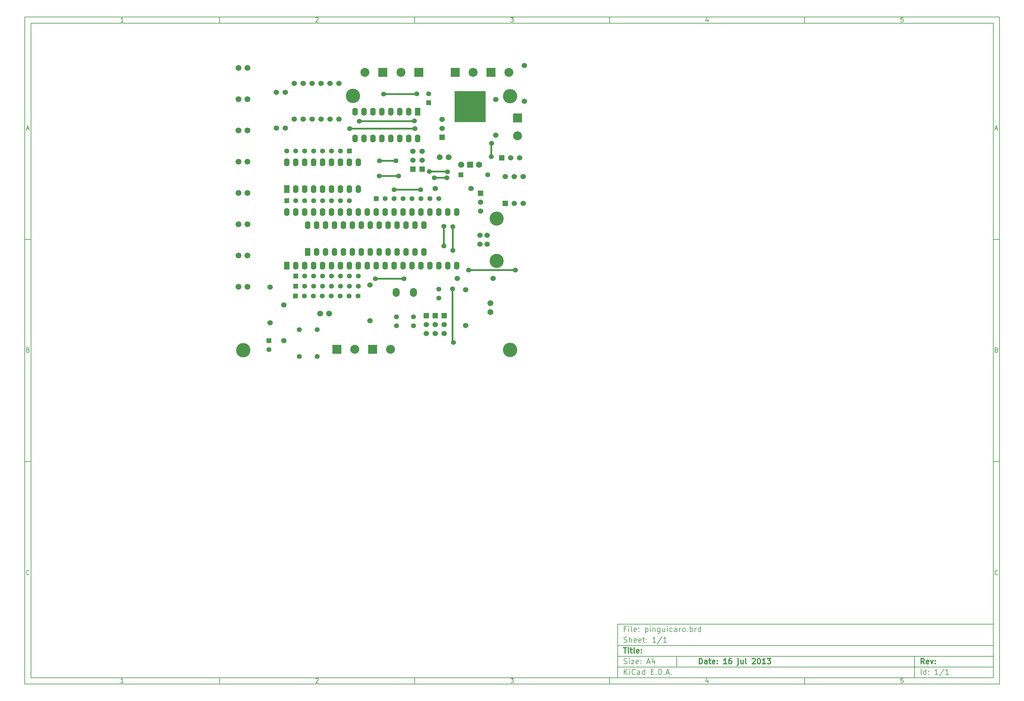
<source format=gtl>
G04 (created by PCBNEW-RS274X (2012-01-19 BZR 3256)-stable) date mar 16 jul 2013 12:41:11 ART*
G01*
G70*
G90*
%MOIN*%
G04 Gerber Fmt 3.4, Leading zero omitted, Abs format*
%FSLAX34Y34*%
G04 APERTURE LIST*
%ADD10C,0.006000*%
%ADD11C,0.012000*%
%ADD12C,0.060000*%
%ADD13C,0.157500*%
%ADD14R,0.060000X0.060000*%
%ADD15C,0.055000*%
%ADD16R,0.055000X0.055000*%
%ADD17R,0.350000X0.350000*%
%ADD18C,0.070000*%
%ADD19R,0.070000X0.070000*%
%ADD20C,0.066000*%
%ADD21R,0.062000X0.090000*%
%ADD22O,0.062000X0.090000*%
%ADD23O,0.078700X0.098400*%
%ADD24R,0.100000X0.100000*%
%ADD25C,0.100000*%
%ADD26C,0.160000*%
%ADD27C,0.055100*%
%ADD28C,0.019700*%
G04 APERTURE END LIST*
G54D10*
X04000Y-04000D02*
X113000Y-04000D01*
X113000Y-78670D01*
X04000Y-78670D01*
X04000Y-04000D01*
X04700Y-04700D02*
X112300Y-04700D01*
X112300Y-77970D01*
X04700Y-77970D01*
X04700Y-04700D01*
X25800Y-04000D02*
X25800Y-04700D01*
X15043Y-04552D02*
X14757Y-04552D01*
X14900Y-04552D02*
X14900Y-04052D01*
X14852Y-04124D01*
X14805Y-04171D01*
X14757Y-04195D01*
X25800Y-78670D02*
X25800Y-77970D01*
X15043Y-78522D02*
X14757Y-78522D01*
X14900Y-78522D02*
X14900Y-78022D01*
X14852Y-78094D01*
X14805Y-78141D01*
X14757Y-78165D01*
X47600Y-04000D02*
X47600Y-04700D01*
X36557Y-04100D02*
X36581Y-04076D01*
X36629Y-04052D01*
X36748Y-04052D01*
X36795Y-04076D01*
X36819Y-04100D01*
X36843Y-04148D01*
X36843Y-04195D01*
X36819Y-04267D01*
X36533Y-04552D01*
X36843Y-04552D01*
X47600Y-78670D02*
X47600Y-77970D01*
X36557Y-78070D02*
X36581Y-78046D01*
X36629Y-78022D01*
X36748Y-78022D01*
X36795Y-78046D01*
X36819Y-78070D01*
X36843Y-78118D01*
X36843Y-78165D01*
X36819Y-78237D01*
X36533Y-78522D01*
X36843Y-78522D01*
X69400Y-04000D02*
X69400Y-04700D01*
X58333Y-04052D02*
X58643Y-04052D01*
X58476Y-04243D01*
X58548Y-04243D01*
X58595Y-04267D01*
X58619Y-04290D01*
X58643Y-04338D01*
X58643Y-04457D01*
X58619Y-04505D01*
X58595Y-04529D01*
X58548Y-04552D01*
X58405Y-04552D01*
X58357Y-04529D01*
X58333Y-04505D01*
X69400Y-78670D02*
X69400Y-77970D01*
X58333Y-78022D02*
X58643Y-78022D01*
X58476Y-78213D01*
X58548Y-78213D01*
X58595Y-78237D01*
X58619Y-78260D01*
X58643Y-78308D01*
X58643Y-78427D01*
X58619Y-78475D01*
X58595Y-78499D01*
X58548Y-78522D01*
X58405Y-78522D01*
X58357Y-78499D01*
X58333Y-78475D01*
X91200Y-04000D02*
X91200Y-04700D01*
X80395Y-04219D02*
X80395Y-04552D01*
X80276Y-04029D02*
X80157Y-04386D01*
X80467Y-04386D01*
X91200Y-78670D02*
X91200Y-77970D01*
X80395Y-78189D02*
X80395Y-78522D01*
X80276Y-77999D02*
X80157Y-78356D01*
X80467Y-78356D01*
X102219Y-04052D02*
X101981Y-04052D01*
X101957Y-04290D01*
X101981Y-04267D01*
X102029Y-04243D01*
X102148Y-04243D01*
X102195Y-04267D01*
X102219Y-04290D01*
X102243Y-04338D01*
X102243Y-04457D01*
X102219Y-04505D01*
X102195Y-04529D01*
X102148Y-04552D01*
X102029Y-04552D01*
X101981Y-04529D01*
X101957Y-04505D01*
X102219Y-78022D02*
X101981Y-78022D01*
X101957Y-78260D01*
X101981Y-78237D01*
X102029Y-78213D01*
X102148Y-78213D01*
X102195Y-78237D01*
X102219Y-78260D01*
X102243Y-78308D01*
X102243Y-78427D01*
X102219Y-78475D01*
X102195Y-78499D01*
X102148Y-78522D01*
X102029Y-78522D01*
X101981Y-78499D01*
X101957Y-78475D01*
X04000Y-28890D02*
X04700Y-28890D01*
X04231Y-16510D02*
X04469Y-16510D01*
X04184Y-16652D02*
X04350Y-16152D01*
X04517Y-16652D01*
X113000Y-28890D02*
X112300Y-28890D01*
X112531Y-16510D02*
X112769Y-16510D01*
X112484Y-16652D02*
X112650Y-16152D01*
X112817Y-16652D01*
X04000Y-53780D02*
X04700Y-53780D01*
X04386Y-41280D02*
X04457Y-41304D01*
X04481Y-41328D01*
X04505Y-41376D01*
X04505Y-41447D01*
X04481Y-41495D01*
X04457Y-41519D01*
X04410Y-41542D01*
X04219Y-41542D01*
X04219Y-41042D01*
X04386Y-41042D01*
X04433Y-41066D01*
X04457Y-41090D01*
X04481Y-41138D01*
X04481Y-41185D01*
X04457Y-41233D01*
X04433Y-41257D01*
X04386Y-41280D01*
X04219Y-41280D01*
X113000Y-53780D02*
X112300Y-53780D01*
X112686Y-41280D02*
X112757Y-41304D01*
X112781Y-41328D01*
X112805Y-41376D01*
X112805Y-41447D01*
X112781Y-41495D01*
X112757Y-41519D01*
X112710Y-41542D01*
X112519Y-41542D01*
X112519Y-41042D01*
X112686Y-41042D01*
X112733Y-41066D01*
X112757Y-41090D01*
X112781Y-41138D01*
X112781Y-41185D01*
X112757Y-41233D01*
X112733Y-41257D01*
X112686Y-41280D01*
X112519Y-41280D01*
X04505Y-66385D02*
X04481Y-66409D01*
X04410Y-66432D01*
X04362Y-66432D01*
X04290Y-66409D01*
X04243Y-66361D01*
X04219Y-66313D01*
X04195Y-66218D01*
X04195Y-66147D01*
X04219Y-66051D01*
X04243Y-66004D01*
X04290Y-65956D01*
X04362Y-65932D01*
X04410Y-65932D01*
X04481Y-65956D01*
X04505Y-65980D01*
X112805Y-66385D02*
X112781Y-66409D01*
X112710Y-66432D01*
X112662Y-66432D01*
X112590Y-66409D01*
X112543Y-66361D01*
X112519Y-66313D01*
X112495Y-66218D01*
X112495Y-66147D01*
X112519Y-66051D01*
X112543Y-66004D01*
X112590Y-65956D01*
X112662Y-65932D01*
X112710Y-65932D01*
X112781Y-65956D01*
X112805Y-65980D01*
G54D11*
X79443Y-76413D02*
X79443Y-75813D01*
X79586Y-75813D01*
X79671Y-75841D01*
X79729Y-75899D01*
X79757Y-75956D01*
X79786Y-76070D01*
X79786Y-76156D01*
X79757Y-76270D01*
X79729Y-76327D01*
X79671Y-76384D01*
X79586Y-76413D01*
X79443Y-76413D01*
X80300Y-76413D02*
X80300Y-76099D01*
X80271Y-76041D01*
X80214Y-76013D01*
X80100Y-76013D01*
X80043Y-76041D01*
X80300Y-76384D02*
X80243Y-76413D01*
X80100Y-76413D01*
X80043Y-76384D01*
X80014Y-76327D01*
X80014Y-76270D01*
X80043Y-76213D01*
X80100Y-76184D01*
X80243Y-76184D01*
X80300Y-76156D01*
X80500Y-76013D02*
X80729Y-76013D01*
X80586Y-75813D02*
X80586Y-76327D01*
X80614Y-76384D01*
X80672Y-76413D01*
X80729Y-76413D01*
X81157Y-76384D02*
X81100Y-76413D01*
X80986Y-76413D01*
X80929Y-76384D01*
X80900Y-76327D01*
X80900Y-76099D01*
X80929Y-76041D01*
X80986Y-76013D01*
X81100Y-76013D01*
X81157Y-76041D01*
X81186Y-76099D01*
X81186Y-76156D01*
X80900Y-76213D01*
X81443Y-76356D02*
X81471Y-76384D01*
X81443Y-76413D01*
X81414Y-76384D01*
X81443Y-76356D01*
X81443Y-76413D01*
X81443Y-76041D02*
X81471Y-76070D01*
X81443Y-76099D01*
X81414Y-76070D01*
X81443Y-76041D01*
X81443Y-76099D01*
X82500Y-76413D02*
X82157Y-76413D01*
X82329Y-76413D02*
X82329Y-75813D01*
X82272Y-75899D01*
X82214Y-75956D01*
X82157Y-75984D01*
X83014Y-75813D02*
X82900Y-75813D01*
X82843Y-75841D01*
X82814Y-75870D01*
X82757Y-75956D01*
X82728Y-76070D01*
X82728Y-76299D01*
X82757Y-76356D01*
X82785Y-76384D01*
X82843Y-76413D01*
X82957Y-76413D01*
X83014Y-76384D01*
X83043Y-76356D01*
X83071Y-76299D01*
X83071Y-76156D01*
X83043Y-76099D01*
X83014Y-76070D01*
X82957Y-76041D01*
X82843Y-76041D01*
X82785Y-76070D01*
X82757Y-76099D01*
X82728Y-76156D01*
X83785Y-76013D02*
X83785Y-76527D01*
X83756Y-76584D01*
X83699Y-76613D01*
X83671Y-76613D01*
X83785Y-75813D02*
X83756Y-75841D01*
X83785Y-75870D01*
X83813Y-75841D01*
X83785Y-75813D01*
X83785Y-75870D01*
X84328Y-76013D02*
X84328Y-76413D01*
X84071Y-76013D02*
X84071Y-76327D01*
X84099Y-76384D01*
X84157Y-76413D01*
X84242Y-76413D01*
X84299Y-76384D01*
X84328Y-76356D01*
X84700Y-76413D02*
X84642Y-76384D01*
X84614Y-76327D01*
X84614Y-75813D01*
X85356Y-75870D02*
X85385Y-75841D01*
X85442Y-75813D01*
X85585Y-75813D01*
X85642Y-75841D01*
X85671Y-75870D01*
X85699Y-75927D01*
X85699Y-75984D01*
X85671Y-76070D01*
X85328Y-76413D01*
X85699Y-76413D01*
X86070Y-75813D02*
X86127Y-75813D01*
X86184Y-75841D01*
X86213Y-75870D01*
X86242Y-75927D01*
X86270Y-76041D01*
X86270Y-76184D01*
X86242Y-76299D01*
X86213Y-76356D01*
X86184Y-76384D01*
X86127Y-76413D01*
X86070Y-76413D01*
X86013Y-76384D01*
X85984Y-76356D01*
X85956Y-76299D01*
X85927Y-76184D01*
X85927Y-76041D01*
X85956Y-75927D01*
X85984Y-75870D01*
X86013Y-75841D01*
X86070Y-75813D01*
X86841Y-76413D02*
X86498Y-76413D01*
X86670Y-76413D02*
X86670Y-75813D01*
X86613Y-75899D01*
X86555Y-75956D01*
X86498Y-75984D01*
X87041Y-75813D02*
X87412Y-75813D01*
X87212Y-76041D01*
X87298Y-76041D01*
X87355Y-76070D01*
X87384Y-76099D01*
X87412Y-76156D01*
X87412Y-76299D01*
X87384Y-76356D01*
X87355Y-76384D01*
X87298Y-76413D01*
X87126Y-76413D01*
X87069Y-76384D01*
X87041Y-76356D01*
G54D10*
X71043Y-77613D02*
X71043Y-77013D01*
X71386Y-77613D02*
X71129Y-77270D01*
X71386Y-77013D02*
X71043Y-77356D01*
X71643Y-77613D02*
X71643Y-77213D01*
X71643Y-77013D02*
X71614Y-77041D01*
X71643Y-77070D01*
X71671Y-77041D01*
X71643Y-77013D01*
X71643Y-77070D01*
X72272Y-77556D02*
X72243Y-77584D01*
X72157Y-77613D01*
X72100Y-77613D01*
X72015Y-77584D01*
X71957Y-77527D01*
X71929Y-77470D01*
X71900Y-77356D01*
X71900Y-77270D01*
X71929Y-77156D01*
X71957Y-77099D01*
X72015Y-77041D01*
X72100Y-77013D01*
X72157Y-77013D01*
X72243Y-77041D01*
X72272Y-77070D01*
X72786Y-77613D02*
X72786Y-77299D01*
X72757Y-77241D01*
X72700Y-77213D01*
X72586Y-77213D01*
X72529Y-77241D01*
X72786Y-77584D02*
X72729Y-77613D01*
X72586Y-77613D01*
X72529Y-77584D01*
X72500Y-77527D01*
X72500Y-77470D01*
X72529Y-77413D01*
X72586Y-77384D01*
X72729Y-77384D01*
X72786Y-77356D01*
X73329Y-77613D02*
X73329Y-77013D01*
X73329Y-77584D02*
X73272Y-77613D01*
X73158Y-77613D01*
X73100Y-77584D01*
X73072Y-77556D01*
X73043Y-77499D01*
X73043Y-77327D01*
X73072Y-77270D01*
X73100Y-77241D01*
X73158Y-77213D01*
X73272Y-77213D01*
X73329Y-77241D01*
X74072Y-77299D02*
X74272Y-77299D01*
X74358Y-77613D02*
X74072Y-77613D01*
X74072Y-77013D01*
X74358Y-77013D01*
X74615Y-77556D02*
X74643Y-77584D01*
X74615Y-77613D01*
X74586Y-77584D01*
X74615Y-77556D01*
X74615Y-77613D01*
X74901Y-77613D02*
X74901Y-77013D01*
X75044Y-77013D01*
X75129Y-77041D01*
X75187Y-77099D01*
X75215Y-77156D01*
X75244Y-77270D01*
X75244Y-77356D01*
X75215Y-77470D01*
X75187Y-77527D01*
X75129Y-77584D01*
X75044Y-77613D01*
X74901Y-77613D01*
X75501Y-77556D02*
X75529Y-77584D01*
X75501Y-77613D01*
X75472Y-77584D01*
X75501Y-77556D01*
X75501Y-77613D01*
X75758Y-77441D02*
X76044Y-77441D01*
X75701Y-77613D02*
X75901Y-77013D01*
X76101Y-77613D01*
X76301Y-77556D02*
X76329Y-77584D01*
X76301Y-77613D01*
X76272Y-77584D01*
X76301Y-77556D01*
X76301Y-77613D01*
G54D11*
X104586Y-76413D02*
X104386Y-76127D01*
X104243Y-76413D02*
X104243Y-75813D01*
X104471Y-75813D01*
X104529Y-75841D01*
X104557Y-75870D01*
X104586Y-75927D01*
X104586Y-76013D01*
X104557Y-76070D01*
X104529Y-76099D01*
X104471Y-76127D01*
X104243Y-76127D01*
X105071Y-76384D02*
X105014Y-76413D01*
X104900Y-76413D01*
X104843Y-76384D01*
X104814Y-76327D01*
X104814Y-76099D01*
X104843Y-76041D01*
X104900Y-76013D01*
X105014Y-76013D01*
X105071Y-76041D01*
X105100Y-76099D01*
X105100Y-76156D01*
X104814Y-76213D01*
X105300Y-76013D02*
X105443Y-76413D01*
X105585Y-76013D01*
X105814Y-76356D02*
X105842Y-76384D01*
X105814Y-76413D01*
X105785Y-76384D01*
X105814Y-76356D01*
X105814Y-76413D01*
X105814Y-76041D02*
X105842Y-76070D01*
X105814Y-76099D01*
X105785Y-76070D01*
X105814Y-76041D01*
X105814Y-76099D01*
G54D10*
X71014Y-76384D02*
X71100Y-76413D01*
X71243Y-76413D01*
X71300Y-76384D01*
X71329Y-76356D01*
X71357Y-76299D01*
X71357Y-76241D01*
X71329Y-76184D01*
X71300Y-76156D01*
X71243Y-76127D01*
X71129Y-76099D01*
X71071Y-76070D01*
X71043Y-76041D01*
X71014Y-75984D01*
X71014Y-75927D01*
X71043Y-75870D01*
X71071Y-75841D01*
X71129Y-75813D01*
X71271Y-75813D01*
X71357Y-75841D01*
X71614Y-76413D02*
X71614Y-76013D01*
X71614Y-75813D02*
X71585Y-75841D01*
X71614Y-75870D01*
X71642Y-75841D01*
X71614Y-75813D01*
X71614Y-75870D01*
X71843Y-76013D02*
X72157Y-76013D01*
X71843Y-76413D01*
X72157Y-76413D01*
X72614Y-76384D02*
X72557Y-76413D01*
X72443Y-76413D01*
X72386Y-76384D01*
X72357Y-76327D01*
X72357Y-76099D01*
X72386Y-76041D01*
X72443Y-76013D01*
X72557Y-76013D01*
X72614Y-76041D01*
X72643Y-76099D01*
X72643Y-76156D01*
X72357Y-76213D01*
X72900Y-76356D02*
X72928Y-76384D01*
X72900Y-76413D01*
X72871Y-76384D01*
X72900Y-76356D01*
X72900Y-76413D01*
X72900Y-76041D02*
X72928Y-76070D01*
X72900Y-76099D01*
X72871Y-76070D01*
X72900Y-76041D01*
X72900Y-76099D01*
X73614Y-76241D02*
X73900Y-76241D01*
X73557Y-76413D02*
X73757Y-75813D01*
X73957Y-76413D01*
X74414Y-76013D02*
X74414Y-76413D01*
X74271Y-75784D02*
X74128Y-76213D01*
X74500Y-76213D01*
X104243Y-77613D02*
X104243Y-77013D01*
X104786Y-77613D02*
X104786Y-77013D01*
X104786Y-77584D02*
X104729Y-77613D01*
X104615Y-77613D01*
X104557Y-77584D01*
X104529Y-77556D01*
X104500Y-77499D01*
X104500Y-77327D01*
X104529Y-77270D01*
X104557Y-77241D01*
X104615Y-77213D01*
X104729Y-77213D01*
X104786Y-77241D01*
X105072Y-77556D02*
X105100Y-77584D01*
X105072Y-77613D01*
X105043Y-77584D01*
X105072Y-77556D01*
X105072Y-77613D01*
X105072Y-77241D02*
X105100Y-77270D01*
X105072Y-77299D01*
X105043Y-77270D01*
X105072Y-77241D01*
X105072Y-77299D01*
X106129Y-77613D02*
X105786Y-77613D01*
X105958Y-77613D02*
X105958Y-77013D01*
X105901Y-77099D01*
X105843Y-77156D01*
X105786Y-77184D01*
X106814Y-76984D02*
X106300Y-77756D01*
X107329Y-77613D02*
X106986Y-77613D01*
X107158Y-77613D02*
X107158Y-77013D01*
X107101Y-77099D01*
X107043Y-77156D01*
X106986Y-77184D01*
G54D11*
X70957Y-74613D02*
X71300Y-74613D01*
X71129Y-75213D02*
X71129Y-74613D01*
X71500Y-75213D02*
X71500Y-74813D01*
X71500Y-74613D02*
X71471Y-74641D01*
X71500Y-74670D01*
X71528Y-74641D01*
X71500Y-74613D01*
X71500Y-74670D01*
X71700Y-74813D02*
X71929Y-74813D01*
X71786Y-74613D02*
X71786Y-75127D01*
X71814Y-75184D01*
X71872Y-75213D01*
X71929Y-75213D01*
X72215Y-75213D02*
X72157Y-75184D01*
X72129Y-75127D01*
X72129Y-74613D01*
X72671Y-75184D02*
X72614Y-75213D01*
X72500Y-75213D01*
X72443Y-75184D01*
X72414Y-75127D01*
X72414Y-74899D01*
X72443Y-74841D01*
X72500Y-74813D01*
X72614Y-74813D01*
X72671Y-74841D01*
X72700Y-74899D01*
X72700Y-74956D01*
X72414Y-75013D01*
X72957Y-75156D02*
X72985Y-75184D01*
X72957Y-75213D01*
X72928Y-75184D01*
X72957Y-75156D01*
X72957Y-75213D01*
X72957Y-74841D02*
X72985Y-74870D01*
X72957Y-74899D01*
X72928Y-74870D01*
X72957Y-74841D01*
X72957Y-74899D01*
G54D10*
X71243Y-72499D02*
X71043Y-72499D01*
X71043Y-72813D02*
X71043Y-72213D01*
X71329Y-72213D01*
X71557Y-72813D02*
X71557Y-72413D01*
X71557Y-72213D02*
X71528Y-72241D01*
X71557Y-72270D01*
X71585Y-72241D01*
X71557Y-72213D01*
X71557Y-72270D01*
X71929Y-72813D02*
X71871Y-72784D01*
X71843Y-72727D01*
X71843Y-72213D01*
X72385Y-72784D02*
X72328Y-72813D01*
X72214Y-72813D01*
X72157Y-72784D01*
X72128Y-72727D01*
X72128Y-72499D01*
X72157Y-72441D01*
X72214Y-72413D01*
X72328Y-72413D01*
X72385Y-72441D01*
X72414Y-72499D01*
X72414Y-72556D01*
X72128Y-72613D01*
X72671Y-72756D02*
X72699Y-72784D01*
X72671Y-72813D01*
X72642Y-72784D01*
X72671Y-72756D01*
X72671Y-72813D01*
X72671Y-72441D02*
X72699Y-72470D01*
X72671Y-72499D01*
X72642Y-72470D01*
X72671Y-72441D01*
X72671Y-72499D01*
X73414Y-72413D02*
X73414Y-73013D01*
X73414Y-72441D02*
X73471Y-72413D01*
X73585Y-72413D01*
X73642Y-72441D01*
X73671Y-72470D01*
X73700Y-72527D01*
X73700Y-72699D01*
X73671Y-72756D01*
X73642Y-72784D01*
X73585Y-72813D01*
X73471Y-72813D01*
X73414Y-72784D01*
X73957Y-72813D02*
X73957Y-72413D01*
X73957Y-72213D02*
X73928Y-72241D01*
X73957Y-72270D01*
X73985Y-72241D01*
X73957Y-72213D01*
X73957Y-72270D01*
X74243Y-72413D02*
X74243Y-72813D01*
X74243Y-72470D02*
X74271Y-72441D01*
X74329Y-72413D01*
X74414Y-72413D01*
X74471Y-72441D01*
X74500Y-72499D01*
X74500Y-72813D01*
X75043Y-72413D02*
X75043Y-72899D01*
X75014Y-72956D01*
X74986Y-72984D01*
X74929Y-73013D01*
X74843Y-73013D01*
X74786Y-72984D01*
X75043Y-72784D02*
X74986Y-72813D01*
X74872Y-72813D01*
X74814Y-72784D01*
X74786Y-72756D01*
X74757Y-72699D01*
X74757Y-72527D01*
X74786Y-72470D01*
X74814Y-72441D01*
X74872Y-72413D01*
X74986Y-72413D01*
X75043Y-72441D01*
X75586Y-72413D02*
X75586Y-72813D01*
X75329Y-72413D02*
X75329Y-72727D01*
X75357Y-72784D01*
X75415Y-72813D01*
X75500Y-72813D01*
X75557Y-72784D01*
X75586Y-72756D01*
X75872Y-72813D02*
X75872Y-72413D01*
X75872Y-72213D02*
X75843Y-72241D01*
X75872Y-72270D01*
X75900Y-72241D01*
X75872Y-72213D01*
X75872Y-72270D01*
X76415Y-72784D02*
X76358Y-72813D01*
X76244Y-72813D01*
X76186Y-72784D01*
X76158Y-72756D01*
X76129Y-72699D01*
X76129Y-72527D01*
X76158Y-72470D01*
X76186Y-72441D01*
X76244Y-72413D01*
X76358Y-72413D01*
X76415Y-72441D01*
X76929Y-72813D02*
X76929Y-72499D01*
X76900Y-72441D01*
X76843Y-72413D01*
X76729Y-72413D01*
X76672Y-72441D01*
X76929Y-72784D02*
X76872Y-72813D01*
X76729Y-72813D01*
X76672Y-72784D01*
X76643Y-72727D01*
X76643Y-72670D01*
X76672Y-72613D01*
X76729Y-72584D01*
X76872Y-72584D01*
X76929Y-72556D01*
X77215Y-72813D02*
X77215Y-72413D01*
X77215Y-72527D02*
X77243Y-72470D01*
X77272Y-72441D01*
X77329Y-72413D01*
X77386Y-72413D01*
X77672Y-72813D02*
X77614Y-72784D01*
X77586Y-72756D01*
X77557Y-72699D01*
X77557Y-72527D01*
X77586Y-72470D01*
X77614Y-72441D01*
X77672Y-72413D01*
X77757Y-72413D01*
X77814Y-72441D01*
X77843Y-72470D01*
X77872Y-72527D01*
X77872Y-72699D01*
X77843Y-72756D01*
X77814Y-72784D01*
X77757Y-72813D01*
X77672Y-72813D01*
X78129Y-72756D02*
X78157Y-72784D01*
X78129Y-72813D01*
X78100Y-72784D01*
X78129Y-72756D01*
X78129Y-72813D01*
X78415Y-72813D02*
X78415Y-72213D01*
X78415Y-72441D02*
X78472Y-72413D01*
X78586Y-72413D01*
X78643Y-72441D01*
X78672Y-72470D01*
X78701Y-72527D01*
X78701Y-72699D01*
X78672Y-72756D01*
X78643Y-72784D01*
X78586Y-72813D01*
X78472Y-72813D01*
X78415Y-72784D01*
X78958Y-72813D02*
X78958Y-72413D01*
X78958Y-72527D02*
X78986Y-72470D01*
X79015Y-72441D01*
X79072Y-72413D01*
X79129Y-72413D01*
X79586Y-72813D02*
X79586Y-72213D01*
X79586Y-72784D02*
X79529Y-72813D01*
X79415Y-72813D01*
X79357Y-72784D01*
X79329Y-72756D01*
X79300Y-72699D01*
X79300Y-72527D01*
X79329Y-72470D01*
X79357Y-72441D01*
X79415Y-72413D01*
X79529Y-72413D01*
X79586Y-72441D01*
X71014Y-73984D02*
X71100Y-74013D01*
X71243Y-74013D01*
X71300Y-73984D01*
X71329Y-73956D01*
X71357Y-73899D01*
X71357Y-73841D01*
X71329Y-73784D01*
X71300Y-73756D01*
X71243Y-73727D01*
X71129Y-73699D01*
X71071Y-73670D01*
X71043Y-73641D01*
X71014Y-73584D01*
X71014Y-73527D01*
X71043Y-73470D01*
X71071Y-73441D01*
X71129Y-73413D01*
X71271Y-73413D01*
X71357Y-73441D01*
X71614Y-74013D02*
X71614Y-73413D01*
X71871Y-74013D02*
X71871Y-73699D01*
X71842Y-73641D01*
X71785Y-73613D01*
X71700Y-73613D01*
X71642Y-73641D01*
X71614Y-73670D01*
X72385Y-73984D02*
X72328Y-74013D01*
X72214Y-74013D01*
X72157Y-73984D01*
X72128Y-73927D01*
X72128Y-73699D01*
X72157Y-73641D01*
X72214Y-73613D01*
X72328Y-73613D01*
X72385Y-73641D01*
X72414Y-73699D01*
X72414Y-73756D01*
X72128Y-73813D01*
X72899Y-73984D02*
X72842Y-74013D01*
X72728Y-74013D01*
X72671Y-73984D01*
X72642Y-73927D01*
X72642Y-73699D01*
X72671Y-73641D01*
X72728Y-73613D01*
X72842Y-73613D01*
X72899Y-73641D01*
X72928Y-73699D01*
X72928Y-73756D01*
X72642Y-73813D01*
X73099Y-73613D02*
X73328Y-73613D01*
X73185Y-73413D02*
X73185Y-73927D01*
X73213Y-73984D01*
X73271Y-74013D01*
X73328Y-74013D01*
X73528Y-73956D02*
X73556Y-73984D01*
X73528Y-74013D01*
X73499Y-73984D01*
X73528Y-73956D01*
X73528Y-74013D01*
X73528Y-73641D02*
X73556Y-73670D01*
X73528Y-73699D01*
X73499Y-73670D01*
X73528Y-73641D01*
X73528Y-73699D01*
X74585Y-74013D02*
X74242Y-74013D01*
X74414Y-74013D02*
X74414Y-73413D01*
X74357Y-73499D01*
X74299Y-73556D01*
X74242Y-73584D01*
X75270Y-73384D02*
X74756Y-74156D01*
X75785Y-74013D02*
X75442Y-74013D01*
X75614Y-74013D02*
X75614Y-73413D01*
X75557Y-73499D01*
X75499Y-73556D01*
X75442Y-73584D01*
X70300Y-71970D02*
X70300Y-77970D01*
X70300Y-71970D02*
X112300Y-71970D01*
X70300Y-71970D02*
X112300Y-71970D01*
X70300Y-74370D02*
X112300Y-74370D01*
X103500Y-75570D02*
X103500Y-77970D01*
X70300Y-76770D02*
X112300Y-76770D01*
X70300Y-75570D02*
X112300Y-75570D01*
X76900Y-75570D02*
X76900Y-76770D01*
G54D12*
X54910Y-28430D03*
X54910Y-29430D03*
X55697Y-29430D03*
X55697Y-28430D03*
G54D13*
X56760Y-26568D03*
X56760Y-31292D03*
G54D14*
X57730Y-24880D03*
G54D12*
X58730Y-24880D03*
X59730Y-24880D03*
X59730Y-21880D03*
X58730Y-21880D03*
X57730Y-21880D03*
G54D15*
X34700Y-38995D03*
X36700Y-38995D03*
X34700Y-41995D03*
X36700Y-41995D03*
G54D16*
X40300Y-19000D03*
G54D15*
X39300Y-19000D03*
X38300Y-19000D03*
X37300Y-19000D03*
X36300Y-19000D03*
X35300Y-19000D03*
X34300Y-19000D03*
X33300Y-19000D03*
G54D16*
X34300Y-34120D03*
G54D15*
X35300Y-34120D03*
X36300Y-34120D03*
X37300Y-34120D03*
X38300Y-34120D03*
X39300Y-34120D03*
X40300Y-34120D03*
X41300Y-34120D03*
G54D16*
X34270Y-35236D03*
G54D15*
X35270Y-35236D03*
X36270Y-35236D03*
X37270Y-35236D03*
X38270Y-35236D03*
X39270Y-35236D03*
X40270Y-35236D03*
X41270Y-35236D03*
G54D16*
X34300Y-33000D03*
G54D15*
X35300Y-33000D03*
X36300Y-33000D03*
X37300Y-33000D03*
X38300Y-33000D03*
X39300Y-33000D03*
X40300Y-33000D03*
X41300Y-33000D03*
G54D16*
X43294Y-24332D03*
G54D15*
X44294Y-24332D03*
X45294Y-24332D03*
X46294Y-24332D03*
X47294Y-24332D03*
X48294Y-24332D03*
X49294Y-24332D03*
X50294Y-24332D03*
G54D16*
X33306Y-24584D03*
G54D15*
X34306Y-24584D03*
X35306Y-24584D03*
X36306Y-24584D03*
X37306Y-24584D03*
X38306Y-24584D03*
X39306Y-24584D03*
X40306Y-24584D03*
G54D12*
X42595Y-38015D03*
X42595Y-34015D03*
X56665Y-13225D03*
X56665Y-17225D03*
X59885Y-09445D03*
X59885Y-13445D03*
X52360Y-33285D03*
X56360Y-33285D03*
X31450Y-34250D03*
X31450Y-38250D03*
X32150Y-16450D03*
X32150Y-12450D03*
X33150Y-16450D03*
X33150Y-12450D03*
X34150Y-15450D03*
X34150Y-11450D03*
X35150Y-15450D03*
X35150Y-11450D03*
X36150Y-15450D03*
X36150Y-11450D03*
X37150Y-15450D03*
X37150Y-11450D03*
X38150Y-15450D03*
X38150Y-11450D03*
X39150Y-15450D03*
X39150Y-11450D03*
X49900Y-23200D03*
X53900Y-23200D03*
X53300Y-38540D03*
X53300Y-34540D03*
X32970Y-36220D03*
X32970Y-40220D03*
G54D14*
X50688Y-17478D03*
G54D12*
X50688Y-16478D03*
X50688Y-15478D03*
G54D14*
X57344Y-19756D03*
G54D12*
X58344Y-19756D03*
X59344Y-19756D03*
G54D14*
X48440Y-21020D03*
G54D12*
X48440Y-20020D03*
X48440Y-19020D03*
G54D14*
X47426Y-21020D03*
G54D12*
X47426Y-20020D03*
X47426Y-19020D03*
G54D14*
X50900Y-37450D03*
G54D12*
X50900Y-38450D03*
X50900Y-39450D03*
G54D14*
X49900Y-37450D03*
G54D12*
X49900Y-38450D03*
X49900Y-39450D03*
G54D14*
X48900Y-37450D03*
G54D12*
X48900Y-38450D03*
X48900Y-39450D03*
G54D14*
X54978Y-23728D03*
G54D12*
X54978Y-24728D03*
X54978Y-25728D03*
G54D17*
X53812Y-14026D03*
G54D18*
X52812Y-20526D03*
G54D19*
X53812Y-20526D03*
G54D18*
X54812Y-20526D03*
G54D20*
X38055Y-37205D03*
X37055Y-37205D03*
X28900Y-30700D03*
X27900Y-30700D03*
X28900Y-27200D03*
X27900Y-27200D03*
X28900Y-23700D03*
X27900Y-23700D03*
X28900Y-20200D03*
X27900Y-20200D03*
X28900Y-16700D03*
X27900Y-16700D03*
X28900Y-13200D03*
X27900Y-13200D03*
X28900Y-09700D03*
X27900Y-09700D03*
X50400Y-19700D03*
X51400Y-19700D03*
X56080Y-37040D03*
X56080Y-36040D03*
X28900Y-34200D03*
X27900Y-34200D03*
G54D21*
X33296Y-31830D03*
G54D22*
X34296Y-31830D03*
X35296Y-31830D03*
X36296Y-31830D03*
X37296Y-31830D03*
X38296Y-31830D03*
X39296Y-31830D03*
X40296Y-31830D03*
X41296Y-31830D03*
X42296Y-31830D03*
X43296Y-31830D03*
X44296Y-31830D03*
X45296Y-31830D03*
X46296Y-31830D03*
X47296Y-31830D03*
X48296Y-31830D03*
X49296Y-31830D03*
X50296Y-31830D03*
X51296Y-31830D03*
X52296Y-31830D03*
X52296Y-25830D03*
X51296Y-25830D03*
X50296Y-25830D03*
X49296Y-25830D03*
X48296Y-25830D03*
X47296Y-25830D03*
X46296Y-25830D03*
X45296Y-25830D03*
X44296Y-25830D03*
X43296Y-25830D03*
X42296Y-25830D03*
X41296Y-25830D03*
X40296Y-25830D03*
X39296Y-25830D03*
X38296Y-25830D03*
X37296Y-25830D03*
X36296Y-25830D03*
X35296Y-25830D03*
X34296Y-25830D03*
X33296Y-25830D03*
X36652Y-30298D03*
X37652Y-30298D03*
X38652Y-30298D03*
X39652Y-30298D03*
X40652Y-30298D03*
X41652Y-30298D03*
X42652Y-30298D03*
X43652Y-30298D03*
X44652Y-30298D03*
X45652Y-30298D03*
X46652Y-30298D03*
X47652Y-30298D03*
X48652Y-30298D03*
G54D21*
X35652Y-30298D03*
G54D22*
X48652Y-27298D03*
X47652Y-27298D03*
X46652Y-27298D03*
X45652Y-27298D03*
X44652Y-27298D03*
X43652Y-27298D03*
X42652Y-27298D03*
X41652Y-27298D03*
X40652Y-27298D03*
X39652Y-27298D03*
X38652Y-27298D03*
X37652Y-27298D03*
X36652Y-27298D03*
X35652Y-27298D03*
G54D21*
X33310Y-23270D03*
G54D22*
X34310Y-23270D03*
X35310Y-23270D03*
X36310Y-23270D03*
X37310Y-23270D03*
X38310Y-23270D03*
X39310Y-23270D03*
X40310Y-23270D03*
X41310Y-23270D03*
X41310Y-20270D03*
X40310Y-20270D03*
X39310Y-20270D03*
X38310Y-20270D03*
X37310Y-20270D03*
X36310Y-20270D03*
X35310Y-20270D03*
X34310Y-20270D03*
X33310Y-20270D03*
G54D21*
X47958Y-14618D03*
G54D22*
X46958Y-14618D03*
X45958Y-14618D03*
X44958Y-14618D03*
X43958Y-14618D03*
X42958Y-14618D03*
X41958Y-14618D03*
X40958Y-14618D03*
X40958Y-17618D03*
X41958Y-17618D03*
X42958Y-17618D03*
X43958Y-17618D03*
X44958Y-17618D03*
X45958Y-17618D03*
X46958Y-17618D03*
X47958Y-17618D03*
G54D16*
X52760Y-21680D03*
G54D15*
X55760Y-21680D03*
G54D23*
X45555Y-34826D03*
X47477Y-34826D03*
G54D16*
X31300Y-40250D03*
G54D15*
X31300Y-41250D03*
G54D16*
X49192Y-13612D03*
G54D15*
X49192Y-12612D03*
X47460Y-37580D03*
X47460Y-38580D03*
X45570Y-37580D03*
X45570Y-38580D03*
X50296Y-34466D03*
X50296Y-35466D03*
G54D24*
X52150Y-10200D03*
G54D25*
X54150Y-10200D03*
G54D24*
X56150Y-10200D03*
G54D25*
X58150Y-10200D03*
G54D24*
X42900Y-41200D03*
G54D25*
X44900Y-41200D03*
G54D24*
X38900Y-41200D03*
G54D25*
X40900Y-41200D03*
G54D24*
X59100Y-15300D03*
G54D25*
X59100Y-17300D03*
G54D24*
X48070Y-10200D03*
G54D25*
X46070Y-10200D03*
G54D24*
X44055Y-10195D03*
G54D25*
X42055Y-10195D03*
G54D26*
X58260Y-12870D03*
X40726Y-12832D03*
X28450Y-41300D03*
X58270Y-41280D03*
G54D27*
X49812Y-22016D03*
X51226Y-22016D03*
X43680Y-20100D03*
X44150Y-12620D03*
X47840Y-12610D03*
X45500Y-20100D03*
X50860Y-27420D03*
X50860Y-29640D03*
X51850Y-34450D03*
X51950Y-40450D03*
X53655Y-32340D03*
X51880Y-30140D03*
X58860Y-32325D03*
X51880Y-27480D03*
X45300Y-23340D03*
X48290Y-23320D03*
X45826Y-21802D03*
X43648Y-21802D03*
X43200Y-33300D03*
X51276Y-21330D03*
X46396Y-33300D03*
X49238Y-21302D03*
X56204Y-18138D03*
X47586Y-15642D03*
X41426Y-15664D03*
X56162Y-19628D03*
X47630Y-16500D03*
X40348Y-16500D03*
G54D28*
X49812Y-22016D02*
X51226Y-22016D01*
X45500Y-20100D02*
X43680Y-20100D01*
X47840Y-12610D02*
X47830Y-12620D01*
X47830Y-12620D02*
X44150Y-12620D01*
X50860Y-27420D02*
X50860Y-29640D01*
X51950Y-40450D02*
X51850Y-40350D01*
X51850Y-40350D02*
X51850Y-34450D01*
X51880Y-27480D02*
X51880Y-30140D01*
X58860Y-32325D02*
X58845Y-32340D01*
X58845Y-32340D02*
X53655Y-32340D01*
X45320Y-23320D02*
X48290Y-23320D01*
X45300Y-23340D02*
X45320Y-23320D01*
X45826Y-21802D02*
X43648Y-21802D01*
X51276Y-21330D02*
X51248Y-21302D01*
X46396Y-33300D02*
X43200Y-33300D01*
X51248Y-21302D02*
X49238Y-21302D01*
X56162Y-18180D02*
X56162Y-19628D01*
X47586Y-15642D02*
X47564Y-15664D01*
X47564Y-15664D02*
X41426Y-15664D01*
X56204Y-18138D02*
X56162Y-18180D01*
X47630Y-16500D02*
X40348Y-16500D01*
M02*

</source>
